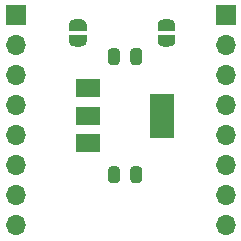
<source format=gbr>
G04 #@! TF.GenerationSoftware,KiCad,Pcbnew,(5.1.9)-1*
G04 #@! TF.CreationDate,2021-04-25T10:49:25+05:30*
G04 #@! TF.ProjectId,LOGIC LEVEL SHIFTER,4c4f4749-4320-44c4-9556-454c20534849,rev?*
G04 #@! TF.SameCoordinates,Original*
G04 #@! TF.FileFunction,Soldermask,Bot*
G04 #@! TF.FilePolarity,Negative*
%FSLAX46Y46*%
G04 Gerber Fmt 4.6, Leading zero omitted, Abs format (unit mm)*
G04 Created by KiCad (PCBNEW (5.1.9)-1) date 2021-04-25 10:49:25*
%MOMM*%
%LPD*%
G01*
G04 APERTURE LIST*
%ADD10R,2.000000X1.500000*%
%ADD11R,2.000000X3.800000*%
%ADD12C,0.100000*%
%ADD13R,1.700000X1.700000*%
%ADD14O,1.700000X1.700000*%
G04 APERTURE END LIST*
D10*
X6350000Y-10950000D03*
X6350000Y-6350000D03*
X6350000Y-8650000D03*
D11*
X12650000Y-8650000D03*
D12*
G36*
X13750000Y-1800000D02*
G01*
X13750000Y-2300000D01*
X13749398Y-2300000D01*
X13749398Y-2324534D01*
X13744588Y-2373365D01*
X13735016Y-2421490D01*
X13720772Y-2468445D01*
X13701995Y-2513778D01*
X13678864Y-2557051D01*
X13651604Y-2597850D01*
X13620476Y-2635779D01*
X13585779Y-2670476D01*
X13547850Y-2701604D01*
X13507051Y-2728864D01*
X13463778Y-2751995D01*
X13418445Y-2770772D01*
X13371490Y-2785016D01*
X13323365Y-2794588D01*
X13274534Y-2799398D01*
X13250000Y-2799398D01*
X13250000Y-2800000D01*
X12750000Y-2800000D01*
X12750000Y-2799398D01*
X12725466Y-2799398D01*
X12676635Y-2794588D01*
X12628510Y-2785016D01*
X12581555Y-2770772D01*
X12536222Y-2751995D01*
X12492949Y-2728864D01*
X12452150Y-2701604D01*
X12414221Y-2670476D01*
X12379524Y-2635779D01*
X12348396Y-2597850D01*
X12321136Y-2557051D01*
X12298005Y-2513778D01*
X12279228Y-2468445D01*
X12264984Y-2421490D01*
X12255412Y-2373365D01*
X12250602Y-2324534D01*
X12250602Y-2300000D01*
X12250000Y-2300000D01*
X12250000Y-1800000D01*
X13750000Y-1800000D01*
G37*
G36*
X12250602Y-1000000D02*
G01*
X12250602Y-975466D01*
X12255412Y-926635D01*
X12264984Y-878510D01*
X12279228Y-831555D01*
X12298005Y-786222D01*
X12321136Y-742949D01*
X12348396Y-702150D01*
X12379524Y-664221D01*
X12414221Y-629524D01*
X12452150Y-598396D01*
X12492949Y-571136D01*
X12536222Y-548005D01*
X12581555Y-529228D01*
X12628510Y-514984D01*
X12676635Y-505412D01*
X12725466Y-500602D01*
X12750000Y-500602D01*
X12750000Y-500000D01*
X13250000Y-500000D01*
X13250000Y-500602D01*
X13274534Y-500602D01*
X13323365Y-505412D01*
X13371490Y-514984D01*
X13418445Y-529228D01*
X13463778Y-548005D01*
X13507051Y-571136D01*
X13547850Y-598396D01*
X13585779Y-629524D01*
X13620476Y-664221D01*
X13651604Y-702150D01*
X13678864Y-742949D01*
X13701995Y-786222D01*
X13720772Y-831555D01*
X13735016Y-878510D01*
X13744588Y-926635D01*
X13749398Y-975466D01*
X13749398Y-1000000D01*
X13750000Y-1000000D01*
X13750000Y-1500000D01*
X12250000Y-1500000D01*
X12250000Y-1000000D01*
X12250602Y-1000000D01*
G37*
G36*
X6250000Y-1800000D02*
G01*
X6250000Y-2300000D01*
X6249398Y-2300000D01*
X6249398Y-2324534D01*
X6244588Y-2373365D01*
X6235016Y-2421490D01*
X6220772Y-2468445D01*
X6201995Y-2513778D01*
X6178864Y-2557051D01*
X6151604Y-2597850D01*
X6120476Y-2635779D01*
X6085779Y-2670476D01*
X6047850Y-2701604D01*
X6007051Y-2728864D01*
X5963778Y-2751995D01*
X5918445Y-2770772D01*
X5871490Y-2785016D01*
X5823365Y-2794588D01*
X5774534Y-2799398D01*
X5750000Y-2799398D01*
X5750000Y-2800000D01*
X5250000Y-2800000D01*
X5250000Y-2799398D01*
X5225466Y-2799398D01*
X5176635Y-2794588D01*
X5128510Y-2785016D01*
X5081555Y-2770772D01*
X5036222Y-2751995D01*
X4992949Y-2728864D01*
X4952150Y-2701604D01*
X4914221Y-2670476D01*
X4879524Y-2635779D01*
X4848396Y-2597850D01*
X4821136Y-2557051D01*
X4798005Y-2513778D01*
X4779228Y-2468445D01*
X4764984Y-2421490D01*
X4755412Y-2373365D01*
X4750602Y-2324534D01*
X4750602Y-2300000D01*
X4750000Y-2300000D01*
X4750000Y-1800000D01*
X6250000Y-1800000D01*
G37*
G36*
X4750602Y-1000000D02*
G01*
X4750602Y-975466D01*
X4755412Y-926635D01*
X4764984Y-878510D01*
X4779228Y-831555D01*
X4798005Y-786222D01*
X4821136Y-742949D01*
X4848396Y-702150D01*
X4879524Y-664221D01*
X4914221Y-629524D01*
X4952150Y-598396D01*
X4992949Y-571136D01*
X5036222Y-548005D01*
X5081555Y-529228D01*
X5128510Y-514984D01*
X5176635Y-505412D01*
X5225466Y-500602D01*
X5250000Y-500602D01*
X5250000Y-500000D01*
X5750000Y-500000D01*
X5750000Y-500602D01*
X5774534Y-500602D01*
X5823365Y-505412D01*
X5871490Y-514984D01*
X5918445Y-529228D01*
X5963778Y-548005D01*
X6007051Y-571136D01*
X6047850Y-598396D01*
X6085779Y-629524D01*
X6120476Y-664221D01*
X6151604Y-702150D01*
X6178864Y-742949D01*
X6201995Y-786222D01*
X6220772Y-831555D01*
X6235016Y-878510D01*
X6244588Y-926635D01*
X6249398Y-975466D01*
X6249398Y-1000000D01*
X6250000Y-1000000D01*
X6250000Y-1500000D01*
X4750000Y-1500000D01*
X4750000Y-1000000D01*
X4750602Y-1000000D01*
G37*
D13*
X18030000Y-150000D03*
D14*
X18030000Y-2690000D03*
X18030000Y-5230000D03*
X18030000Y-7770000D03*
X18030000Y-10310000D03*
X18030000Y-12850000D03*
X18030000Y-15390000D03*
X18030000Y-17930000D03*
X250000Y-17930000D03*
X250000Y-15390000D03*
X250000Y-12850000D03*
X250000Y-10310000D03*
X250000Y-7770000D03*
X250000Y-5230000D03*
X250000Y-2690000D03*
D13*
X250000Y-150000D03*
G36*
G01*
X9050000Y-13193750D02*
X9050000Y-14106250D01*
G75*
G02*
X8806250Y-14350000I-243750J0D01*
G01*
X8318750Y-14350000D01*
G75*
G02*
X8075000Y-14106250I0J243750D01*
G01*
X8075000Y-13193750D01*
G75*
G02*
X8318750Y-12950000I243750J0D01*
G01*
X8806250Y-12950000D01*
G75*
G02*
X9050000Y-13193750I0J-243750D01*
G01*
G37*
G36*
G01*
X10925000Y-13193750D02*
X10925000Y-14106250D01*
G75*
G02*
X10681250Y-14350000I-243750J0D01*
G01*
X10193750Y-14350000D01*
G75*
G02*
X9950000Y-14106250I0J243750D01*
G01*
X9950000Y-13193750D01*
G75*
G02*
X10193750Y-12950000I243750J0D01*
G01*
X10681250Y-12950000D01*
G75*
G02*
X10925000Y-13193750I0J-243750D01*
G01*
G37*
G36*
G01*
X9050000Y-3193750D02*
X9050000Y-4106250D01*
G75*
G02*
X8806250Y-4350000I-243750J0D01*
G01*
X8318750Y-4350000D01*
G75*
G02*
X8075000Y-4106250I0J243750D01*
G01*
X8075000Y-3193750D01*
G75*
G02*
X8318750Y-2950000I243750J0D01*
G01*
X8806250Y-2950000D01*
G75*
G02*
X9050000Y-3193750I0J-243750D01*
G01*
G37*
G36*
G01*
X10925000Y-3193750D02*
X10925000Y-4106250D01*
G75*
G02*
X10681250Y-4350000I-243750J0D01*
G01*
X10193750Y-4350000D01*
G75*
G02*
X9950000Y-4106250I0J243750D01*
G01*
X9950000Y-3193750D01*
G75*
G02*
X10193750Y-2950000I243750J0D01*
G01*
X10681250Y-2950000D01*
G75*
G02*
X10925000Y-3193750I0J-243750D01*
G01*
G37*
M02*

</source>
